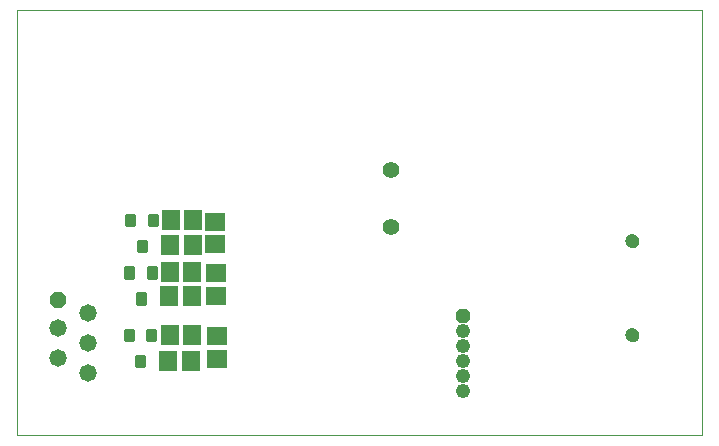
<source format=gbs>
G75*
%MOIN*%
%OFA0B0*%
%FSLAX25Y25*%
%IPPOS*%
%LPD*%
%AMOC8*
5,1,8,0,0,1.08239X$1,22.5*
%
%ADD10C,0.00000*%
%ADD11OC8,0.04762*%
%ADD12C,0.04762*%
%ADD13OC8,0.05550*%
%ADD14C,0.05800*%
%ADD15R,0.05918X0.06706*%
%ADD16C,0.05600*%
%ADD17C,0.00889*%
%ADD18R,0.06706X0.05918*%
%ADD19C,0.04737*%
D10*
X0001200Y0026800D02*
X0001200Y0168532D01*
X0229546Y0168532D01*
X0229546Y0026800D01*
X0001200Y0026800D01*
X0204349Y0060147D02*
X0204351Y0060235D01*
X0204357Y0060323D01*
X0204367Y0060411D01*
X0204381Y0060499D01*
X0204398Y0060585D01*
X0204420Y0060671D01*
X0204445Y0060755D01*
X0204475Y0060839D01*
X0204507Y0060921D01*
X0204544Y0061001D01*
X0204584Y0061080D01*
X0204628Y0061157D01*
X0204675Y0061232D01*
X0204725Y0061304D01*
X0204779Y0061375D01*
X0204835Y0061442D01*
X0204895Y0061508D01*
X0204957Y0061570D01*
X0205023Y0061630D01*
X0205090Y0061686D01*
X0205161Y0061740D01*
X0205233Y0061790D01*
X0205308Y0061837D01*
X0205385Y0061881D01*
X0205464Y0061921D01*
X0205544Y0061958D01*
X0205626Y0061990D01*
X0205710Y0062020D01*
X0205794Y0062045D01*
X0205880Y0062067D01*
X0205966Y0062084D01*
X0206054Y0062098D01*
X0206142Y0062108D01*
X0206230Y0062114D01*
X0206318Y0062116D01*
X0206406Y0062114D01*
X0206494Y0062108D01*
X0206582Y0062098D01*
X0206670Y0062084D01*
X0206756Y0062067D01*
X0206842Y0062045D01*
X0206926Y0062020D01*
X0207010Y0061990D01*
X0207092Y0061958D01*
X0207172Y0061921D01*
X0207251Y0061881D01*
X0207328Y0061837D01*
X0207403Y0061790D01*
X0207475Y0061740D01*
X0207546Y0061686D01*
X0207613Y0061630D01*
X0207679Y0061570D01*
X0207741Y0061508D01*
X0207801Y0061442D01*
X0207857Y0061375D01*
X0207911Y0061304D01*
X0207961Y0061232D01*
X0208008Y0061157D01*
X0208052Y0061080D01*
X0208092Y0061001D01*
X0208129Y0060921D01*
X0208161Y0060839D01*
X0208191Y0060755D01*
X0208216Y0060671D01*
X0208238Y0060585D01*
X0208255Y0060499D01*
X0208269Y0060411D01*
X0208279Y0060323D01*
X0208285Y0060235D01*
X0208287Y0060147D01*
X0208285Y0060059D01*
X0208279Y0059971D01*
X0208269Y0059883D01*
X0208255Y0059795D01*
X0208238Y0059709D01*
X0208216Y0059623D01*
X0208191Y0059539D01*
X0208161Y0059455D01*
X0208129Y0059373D01*
X0208092Y0059293D01*
X0208052Y0059214D01*
X0208008Y0059137D01*
X0207961Y0059062D01*
X0207911Y0058990D01*
X0207857Y0058919D01*
X0207801Y0058852D01*
X0207741Y0058786D01*
X0207679Y0058724D01*
X0207613Y0058664D01*
X0207546Y0058608D01*
X0207475Y0058554D01*
X0207403Y0058504D01*
X0207328Y0058457D01*
X0207251Y0058413D01*
X0207172Y0058373D01*
X0207092Y0058336D01*
X0207010Y0058304D01*
X0206926Y0058274D01*
X0206842Y0058249D01*
X0206756Y0058227D01*
X0206670Y0058210D01*
X0206582Y0058196D01*
X0206494Y0058186D01*
X0206406Y0058180D01*
X0206318Y0058178D01*
X0206230Y0058180D01*
X0206142Y0058186D01*
X0206054Y0058196D01*
X0205966Y0058210D01*
X0205880Y0058227D01*
X0205794Y0058249D01*
X0205710Y0058274D01*
X0205626Y0058304D01*
X0205544Y0058336D01*
X0205464Y0058373D01*
X0205385Y0058413D01*
X0205308Y0058457D01*
X0205233Y0058504D01*
X0205161Y0058554D01*
X0205090Y0058608D01*
X0205023Y0058664D01*
X0204957Y0058724D01*
X0204895Y0058786D01*
X0204835Y0058852D01*
X0204779Y0058919D01*
X0204725Y0058990D01*
X0204675Y0059062D01*
X0204628Y0059137D01*
X0204584Y0059214D01*
X0204544Y0059293D01*
X0204507Y0059373D01*
X0204475Y0059455D01*
X0204445Y0059539D01*
X0204420Y0059623D01*
X0204398Y0059709D01*
X0204381Y0059795D01*
X0204367Y0059883D01*
X0204357Y0059971D01*
X0204351Y0060059D01*
X0204349Y0060147D01*
X0204349Y0091564D02*
X0204351Y0091652D01*
X0204357Y0091740D01*
X0204367Y0091828D01*
X0204381Y0091916D01*
X0204398Y0092002D01*
X0204420Y0092088D01*
X0204445Y0092172D01*
X0204475Y0092256D01*
X0204507Y0092338D01*
X0204544Y0092418D01*
X0204584Y0092497D01*
X0204628Y0092574D01*
X0204675Y0092649D01*
X0204725Y0092721D01*
X0204779Y0092792D01*
X0204835Y0092859D01*
X0204895Y0092925D01*
X0204957Y0092987D01*
X0205023Y0093047D01*
X0205090Y0093103D01*
X0205161Y0093157D01*
X0205233Y0093207D01*
X0205308Y0093254D01*
X0205385Y0093298D01*
X0205464Y0093338D01*
X0205544Y0093375D01*
X0205626Y0093407D01*
X0205710Y0093437D01*
X0205794Y0093462D01*
X0205880Y0093484D01*
X0205966Y0093501D01*
X0206054Y0093515D01*
X0206142Y0093525D01*
X0206230Y0093531D01*
X0206318Y0093533D01*
X0206406Y0093531D01*
X0206494Y0093525D01*
X0206582Y0093515D01*
X0206670Y0093501D01*
X0206756Y0093484D01*
X0206842Y0093462D01*
X0206926Y0093437D01*
X0207010Y0093407D01*
X0207092Y0093375D01*
X0207172Y0093338D01*
X0207251Y0093298D01*
X0207328Y0093254D01*
X0207403Y0093207D01*
X0207475Y0093157D01*
X0207546Y0093103D01*
X0207613Y0093047D01*
X0207679Y0092987D01*
X0207741Y0092925D01*
X0207801Y0092859D01*
X0207857Y0092792D01*
X0207911Y0092721D01*
X0207961Y0092649D01*
X0208008Y0092574D01*
X0208052Y0092497D01*
X0208092Y0092418D01*
X0208129Y0092338D01*
X0208161Y0092256D01*
X0208191Y0092172D01*
X0208216Y0092088D01*
X0208238Y0092002D01*
X0208255Y0091916D01*
X0208269Y0091828D01*
X0208279Y0091740D01*
X0208285Y0091652D01*
X0208287Y0091564D01*
X0208285Y0091476D01*
X0208279Y0091388D01*
X0208269Y0091300D01*
X0208255Y0091212D01*
X0208238Y0091126D01*
X0208216Y0091040D01*
X0208191Y0090956D01*
X0208161Y0090872D01*
X0208129Y0090790D01*
X0208092Y0090710D01*
X0208052Y0090631D01*
X0208008Y0090554D01*
X0207961Y0090479D01*
X0207911Y0090407D01*
X0207857Y0090336D01*
X0207801Y0090269D01*
X0207741Y0090203D01*
X0207679Y0090141D01*
X0207613Y0090081D01*
X0207546Y0090025D01*
X0207475Y0089971D01*
X0207403Y0089921D01*
X0207328Y0089874D01*
X0207251Y0089830D01*
X0207172Y0089790D01*
X0207092Y0089753D01*
X0207010Y0089721D01*
X0206926Y0089691D01*
X0206842Y0089666D01*
X0206756Y0089644D01*
X0206670Y0089627D01*
X0206582Y0089613D01*
X0206494Y0089603D01*
X0206406Y0089597D01*
X0206318Y0089595D01*
X0206230Y0089597D01*
X0206142Y0089603D01*
X0206054Y0089613D01*
X0205966Y0089627D01*
X0205880Y0089644D01*
X0205794Y0089666D01*
X0205710Y0089691D01*
X0205626Y0089721D01*
X0205544Y0089753D01*
X0205464Y0089790D01*
X0205385Y0089830D01*
X0205308Y0089874D01*
X0205233Y0089921D01*
X0205161Y0089971D01*
X0205090Y0090025D01*
X0205023Y0090081D01*
X0204957Y0090141D01*
X0204895Y0090203D01*
X0204835Y0090269D01*
X0204779Y0090336D01*
X0204725Y0090407D01*
X0204675Y0090479D01*
X0204628Y0090554D01*
X0204584Y0090631D01*
X0204544Y0090710D01*
X0204507Y0090790D01*
X0204475Y0090872D01*
X0204445Y0090956D01*
X0204420Y0091040D01*
X0204398Y0091126D01*
X0204381Y0091212D01*
X0204367Y0091300D01*
X0204357Y0091388D01*
X0204351Y0091476D01*
X0204349Y0091564D01*
D11*
X0149948Y0066493D03*
D12*
X0149948Y0061493D03*
X0149948Y0056493D03*
X0149948Y0051493D03*
X0149948Y0046493D03*
X0149948Y0041493D03*
D13*
X0014850Y0071935D03*
D14*
X0024850Y0067560D03*
X0014850Y0062560D03*
X0024850Y0057560D03*
X0014850Y0052560D03*
X0024850Y0047560D03*
D15*
X0051550Y0051544D03*
X0059031Y0051544D03*
X0059535Y0060233D03*
X0052054Y0060233D03*
X0051865Y0073304D03*
X0059346Y0073304D03*
X0059472Y0081367D03*
X0051991Y0081367D03*
X0052176Y0090229D03*
X0059657Y0090229D03*
X0059854Y0098674D03*
X0052373Y0098674D03*
D16*
X0125767Y0096300D03*
X0125767Y0115300D03*
D17*
X0047792Y0100370D02*
X0045124Y0100370D01*
X0047792Y0100370D02*
X0047792Y0096916D01*
X0045124Y0096916D01*
X0045124Y0100370D01*
X0045124Y0097804D02*
X0047792Y0097804D01*
X0047792Y0098692D02*
X0045124Y0098692D01*
X0045124Y0099580D02*
X0047792Y0099580D01*
X0040292Y0100371D02*
X0037624Y0100371D01*
X0040292Y0100371D02*
X0040292Y0096917D01*
X0037624Y0096917D01*
X0037624Y0100371D01*
X0037624Y0097805D02*
X0040292Y0097805D01*
X0040292Y0098693D02*
X0037624Y0098693D01*
X0037624Y0099581D02*
X0040292Y0099581D01*
X0041374Y0091620D02*
X0044042Y0091620D01*
X0044042Y0088166D01*
X0041374Y0088166D01*
X0041374Y0091620D01*
X0041374Y0089054D02*
X0044042Y0089054D01*
X0044042Y0089942D02*
X0041374Y0089942D01*
X0041374Y0090830D02*
X0044042Y0090830D01*
X0044801Y0082870D02*
X0047469Y0082870D01*
X0047469Y0079416D01*
X0044801Y0079416D01*
X0044801Y0082870D01*
X0044801Y0080304D02*
X0047469Y0080304D01*
X0047469Y0081192D02*
X0044801Y0081192D01*
X0044801Y0082080D02*
X0047469Y0082080D01*
X0039969Y0082871D02*
X0037301Y0082871D01*
X0039969Y0082871D02*
X0039969Y0079417D01*
X0037301Y0079417D01*
X0037301Y0082871D01*
X0037301Y0080305D02*
X0039969Y0080305D01*
X0039969Y0081193D02*
X0037301Y0081193D01*
X0037301Y0082081D02*
X0039969Y0082081D01*
X0041051Y0074120D02*
X0043719Y0074120D01*
X0043719Y0070666D01*
X0041051Y0070666D01*
X0041051Y0074120D01*
X0041051Y0071554D02*
X0043719Y0071554D01*
X0043719Y0072442D02*
X0041051Y0072442D01*
X0041051Y0073330D02*
X0043719Y0073330D01*
X0044620Y0062059D02*
X0047288Y0062059D01*
X0047288Y0058605D01*
X0044620Y0058605D01*
X0044620Y0062059D01*
X0044620Y0059493D02*
X0047288Y0059493D01*
X0047288Y0060381D02*
X0044620Y0060381D01*
X0044620Y0061269D02*
X0047288Y0061269D01*
X0039788Y0062060D02*
X0037120Y0062060D01*
X0039788Y0062060D02*
X0039788Y0058606D01*
X0037120Y0058606D01*
X0037120Y0062060D01*
X0037120Y0059494D02*
X0039788Y0059494D01*
X0039788Y0060382D02*
X0037120Y0060382D01*
X0037120Y0061270D02*
X0039788Y0061270D01*
X0040870Y0053309D02*
X0043538Y0053309D01*
X0043538Y0049855D01*
X0040870Y0049855D01*
X0040870Y0053309D01*
X0040870Y0050743D02*
X0043538Y0050743D01*
X0043538Y0051631D02*
X0040870Y0051631D01*
X0040870Y0052519D02*
X0043538Y0052519D01*
D18*
X0067885Y0052280D03*
X0067885Y0059761D03*
X0067649Y0073395D03*
X0067649Y0080875D03*
X0067271Y0090544D03*
X0067271Y0098025D03*
D19*
X0206318Y0091564D03*
X0206318Y0060147D03*
M02*

</source>
